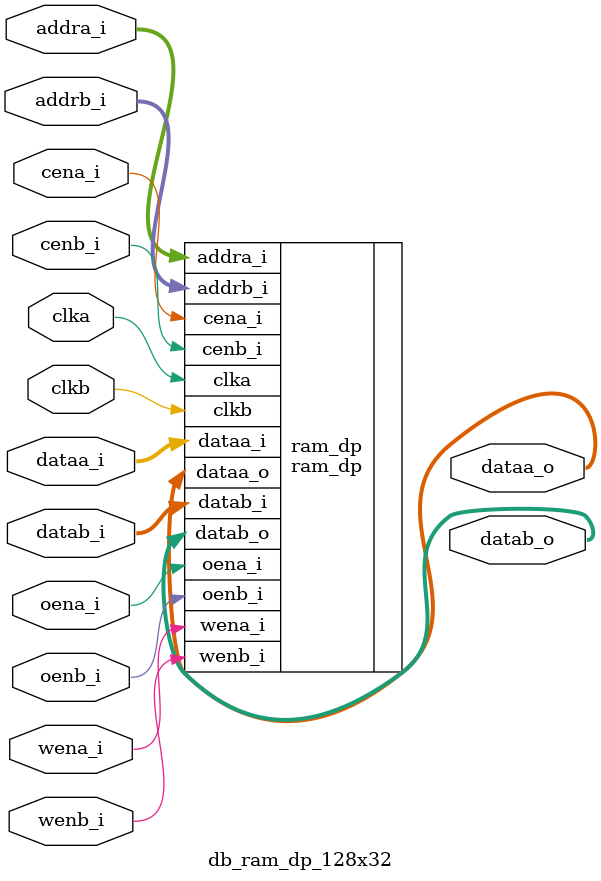
<source format=v>

`include "enc_defines.v"

module db_ram_dp_128x32 (
  clka    ,
  cena_i  ,
  oena_i  ,
  wena_i  ,
  addra_i ,
  dataa_o ,
  dataa_i ,
  clkb    ,
  cenb_i  ,
  oenb_i  ,
  wenb_i  ,
  addrb_i ,
  datab_o ,
  datab_i
);


//*** PARAMETER DECLARATION ****************************************************

  localparam Word_Width = 128 ;
  localparam Addr_Width = 5   ;


//*** INPUT/OUTPUT DECLARATION *************************************************
  // A port
  input                       clka    ;
  input                       cena_i  ;
  input                       oena_i  ;
  input                       wena_i  ;
  input  [Addr_Width-1 :0]    addra_i ;
  input  [Word_Width-1 :0]    dataa_i ;
  output [Word_Width-1 :0]    dataa_o ;

  // B Port
  input                       clkb    ;
  input                       cenb_i  ;
  input                       oenb_i  ;
  input                       wenb_i  ;
  input  [Addr_Width-1 :0]    addrb_i ;
  input  [Word_Width-1 :0]    datab_i ;
  output [Word_Width-1 :0]    datab_o ;


//*** MAIN BODY ****************************************************************

  ram_dp #(
    .Addr_Width    ( Addr_Width    ),
    .Word_Width    ( Word_Width    )
  ) ram_dp (
    .clka          ( clka          ),
    .cena_i        ( cena_i        ),
    .oena_i        ( oena_i        ),
    .wena_i        ( wena_i        ),
    .addra_i       ( addra_i       ),
    .dataa_o       ( dataa_o       ),
    .dataa_i       ( dataa_i       ),
    .clkb          ( clkb          ),
    .cenb_i        ( cenb_i        ),
    .oenb_i        ( oenb_i        ),
    .wenb_i        ( wenb_i        ),
    .addrb_i       ( addrb_i       ),
    .datab_o       ( datab_o       ),
    .datab_i       ( datab_i       )
    );

endmodule
</source>
